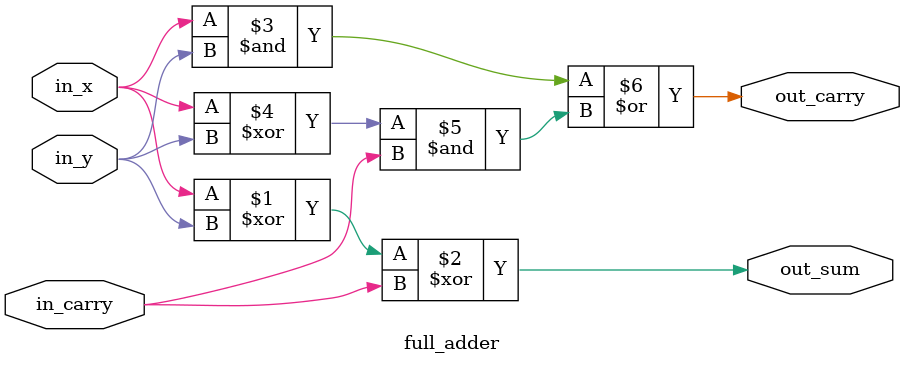
<source format=v>
module full_adder (input in_x, input in_y, input in_carry, output out_sum, output out_carry);

	assign out_sum = in_x ^ in_y ^ in_carry;
	assign out_carry = (in_x & in_y) | ((in_x ^ in_y) & in_carry);

endmodule

</source>
